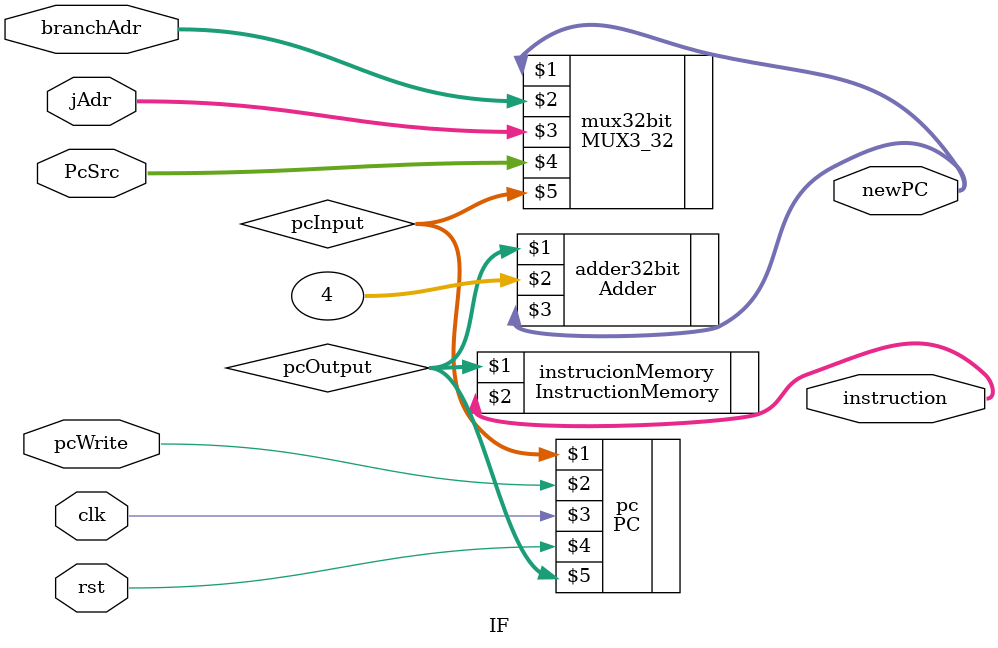
<source format=v>
module IF(clk, rst,PcSrc,pcWrite, instruction, newPC,jAdr, branchAdr);
    input [31:0] jAdr, branchAdr;
    input [1:0] PcSrc;
    input pcWrite, clk, rst;
    output wire[31:0] instruction, newPC;
    wire [31:0] pcInput, pcOutput;

    Adder adder32bit(pcOutput, 32'd4, newPC);
    PC pc(pcInput, pcWrite, clk, rst, pcOutput);
    InstructionMemory instrucionMemory(pcOutput, instruction);
    MUX3_32 mux32bit(newPC, branchAdr, jAdr, PcSrc, pcInput);
endmodule
</source>
